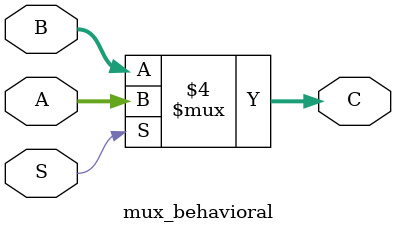
<source format=v>
module mux_behavioral(A, B, S, C);

input [1:0]A;
input [1:0]B;
input [0:0]S;
output reg[1:0] C;

always @(S or A or B) begin
    if(S==1)
        C = A;
    else
        C = B;
end

endmodule
</source>
